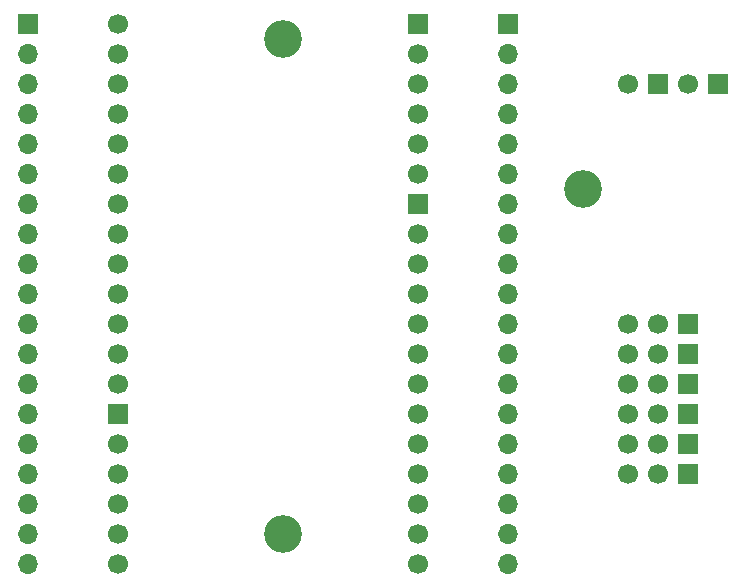
<source format=gbr>
%TF.GenerationSoftware,KiCad,Pcbnew,5.1.10-88a1d61d58~90~ubuntu20.04.1*%
%TF.CreationDate,2021-09-12T18:51:28+00:00*%
%TF.ProjectId,WifiServoBridge,57696669-5365-4727-966f-427269646765,rev?*%
%TF.SameCoordinates,Original*%
%TF.FileFunction,Soldermask,Bot*%
%TF.FilePolarity,Negative*%
%FSLAX46Y46*%
G04 Gerber Fmt 4.6, Leading zero omitted, Abs format (unit mm)*
G04 Created by KiCad (PCBNEW 5.1.10-88a1d61d58~90~ubuntu20.04.1) date 2021-09-12 18:51:28*
%MOMM*%
%LPD*%
G01*
G04 APERTURE LIST*
%ADD10C,3.200000*%
%ADD11O,1.700000X1.700000*%
%ADD12R,1.700000X1.700000*%
%ADD13C,1.700000*%
G04 APERTURE END LIST*
D10*
%TO.C,REF\u002A\u002A*%
X398780000Y115570000D03*
%TD*%
%TO.C,REF\u002A\u002A*%
X373380000Y86360000D03*
%TD*%
%TO.C,REF\u002A\u002A*%
X373380000Y128270000D03*
%TD*%
D11*
%TO.C,J4*%
X392430000Y83820000D03*
X392430000Y86360000D03*
X392430000Y88900000D03*
X392430000Y91440000D03*
X392430000Y93980000D03*
X392430000Y96520000D03*
X392430000Y99060000D03*
X392430000Y101600000D03*
X392430000Y104140000D03*
X392430000Y106680000D03*
X392430000Y109220000D03*
X392430000Y111760000D03*
X392430000Y114300000D03*
X392430000Y116840000D03*
X392430000Y119380000D03*
X392430000Y121920000D03*
X392430000Y124460000D03*
X392430000Y127000000D03*
D12*
X392430000Y129540000D03*
%TD*%
D11*
%TO.C,J3*%
X351790000Y83820000D03*
X351790000Y86360000D03*
X351790000Y88900000D03*
X351790000Y91440000D03*
X351790000Y93980000D03*
X351790000Y96520000D03*
X351790000Y99060000D03*
X351790000Y101600000D03*
X351790000Y104140000D03*
X351790000Y106680000D03*
X351790000Y109220000D03*
X351790000Y111760000D03*
X351790000Y114300000D03*
X351790000Y116840000D03*
X351790000Y119380000D03*
X351790000Y121920000D03*
X351790000Y124460000D03*
X351790000Y127000000D03*
D12*
X351790000Y129540000D03*
%TD*%
%TO.C,J1*%
X410210000Y124460000D03*
D13*
X407670000Y124460000D03*
%TD*%
%TO.C,J2*%
X402590000Y124460000D03*
D12*
X405130000Y124460000D03*
%TD*%
D13*
%TO.C,J5*%
X402590000Y104140000D03*
X405130000Y104140000D03*
D12*
X407670000Y104140000D03*
%TD*%
%TO.C,J6*%
X407670000Y101600000D03*
D13*
X405130000Y101600000D03*
X402590000Y101600000D03*
%TD*%
%TO.C,J7*%
X402590000Y99060000D03*
X405130000Y99060000D03*
D12*
X407670000Y99060000D03*
%TD*%
%TO.C,J8*%
X407670000Y96520000D03*
D13*
X405130000Y96520000D03*
X402590000Y96520000D03*
%TD*%
%TO.C,J9*%
X402590000Y93980000D03*
X405130000Y93980000D03*
D12*
X407670000Y93980000D03*
%TD*%
%TO.C,J10*%
X407670000Y91440000D03*
D13*
X405130000Y91440000D03*
X402590000Y91440000D03*
%TD*%
%TO.C,U1*%
X359410000Y129540000D03*
X359410000Y127000000D03*
X359410000Y124460000D03*
X359410000Y121920000D03*
X359410000Y119380000D03*
X359410000Y116840000D03*
X359410000Y114300000D03*
X359410000Y111760000D03*
X359410000Y109220000D03*
X359410000Y106680000D03*
X359410000Y104140000D03*
X359410000Y101600000D03*
X359410000Y99060000D03*
D12*
X359410000Y96520000D03*
D13*
X359410000Y93980000D03*
X359410000Y91440000D03*
X359410000Y88900000D03*
X359410000Y86360000D03*
X359410000Y83820000D03*
D12*
X384810000Y129540000D03*
D13*
X384810000Y127000000D03*
X384810000Y124460000D03*
X384810000Y121920000D03*
X384810000Y119380000D03*
X384810000Y116840000D03*
D12*
X384810000Y114300000D03*
D13*
X384810000Y111760000D03*
X384810000Y109220000D03*
X384810000Y106680000D03*
X384810000Y104140000D03*
X384810000Y101600000D03*
X384810000Y99060000D03*
X384810000Y96520000D03*
X384810000Y93980000D03*
X384810000Y91440000D03*
X384810000Y88900000D03*
X384810000Y86360000D03*
X384810000Y83820000D03*
%TD*%
M02*

</source>
